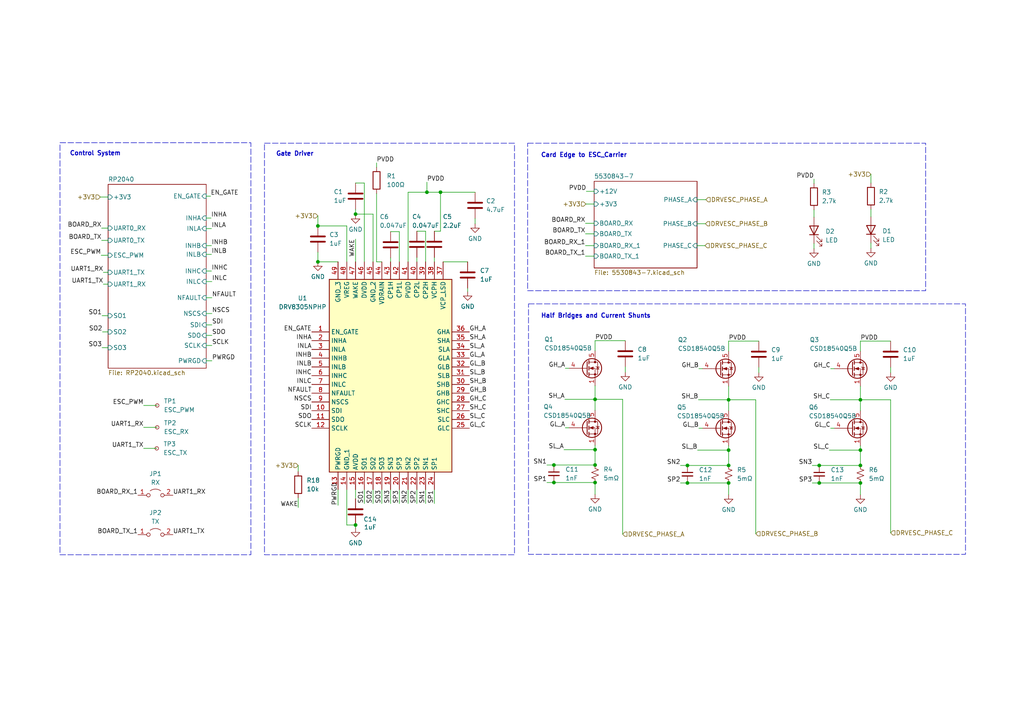
<source format=kicad_sch>
(kicad_sch (version 20230409) (generator eeschema)
  (paper "A4")
  (title_block (title "MUREX DRVESC") (date "2023-08-17") (rev "V1.0") (company "Murex Robotics [Max Liu]") (comment 1 "// ONLY THE PARANOID SURVIVE.") (comment 2 "// MOVE FAST AND MAKE THINGS.") (comment 3 "TI's DRV8305 driver, and 3 MOSFET half-bridges, as the motor driver architecture.") (comment 4 "The MUREX DRVESC is Murex Robotics' custom speed controller using an RP2040,"))
  (lib_symbols
    (symbol "Connector:TestPoint_Small" (pin_numbers hide) (pin_names (offset 0.762) hide)
      (property "Reference" "TP" (at 0 3.81 0))
      (property "Value" "TestPoint_Small" (at 0 2.032 0))
      (symbol "TestPoint_Small_0_1"
        (circle (center 0 0) (radius 0.508))
      )
      (symbol "TestPoint_Small_1_1"
        (pin passive line (at 0 0 90) (length 0) (name "1") (number "1"))
      )
    )
    (symbol "DRV8305NPHP:DRV8305NPHP"
      (property "Reference" "IC" (at 41.91 20.32 0))
      (property "Value" "DRV8305NPHP" (at 41.91 17.78 0))
      (symbol "DRV8305NPHP_1_1"
        (rectangle (start 5.08 15.24) (end 40.64 -40.64) (stroke (width 0.254)) (fill (type background)))
        (pin passive line (at 0 0 0) (length 5.08) (name "EN_GATE") (number "1"))
        (pin passive line (at 0 -22.86 0) (length 5.08) (name "SDI") (number "10"))
        (pin passive line (at 0 -25.4 0) (length 5.08) (name "SDO") (number "11"))
        (pin passive line (at 0 -27.94 0) (length 5.08) (name "SCLK") (number "12"))
        (pin passive line (at 7.62 -45.72 90) (length 5.08) (name "PWRGD") (number "13"))
        (pin passive line (at 10.16 -45.72 90) (length 5.08) (name "GND_1") (number "14"))
        (pin passive line (at 12.7 -45.72 90) (length 5.08) (name "AVDD") (number "15"))
        (pin passive line (at 15.24 -45.72 90) (length 5.08) (name "SO1") (number "16"))
        (pin passive line (at 17.78 -45.72 90) (length 5.08) (name "SO2") (number "17"))
        (pin passive line (at 20.32 -45.72 90) (length 5.08) (name "SO3") (number "18"))
        (pin passive line (at 22.86 -45.72 90) (length 5.08) (name "SN3") (number "19"))
        (pin passive line (at 0 -2.54 0) (length 5.08) (name "INHA") (number "2"))
        (pin passive line (at 25.4 -45.72 90) (length 5.08) (name "SP3") (number "20"))
        (pin passive line (at 27.94 -45.72 90) (length 5.08) (name "SN2") (number "21"))
        (pin passive line (at 30.48 -45.72 90) (length 5.08) (name "SP2") (number "22"))
        (pin passive line (at 33.02 -45.72 90) (length 5.08) (name "SN1") (number "23"))
        (pin passive line (at 35.56 -45.72 90) (length 5.08) (name "SP1") (number "24"))
        (pin passive line (at 45.72 -27.94 180) (length 5.08) (name "GLC") (number "25"))
        (pin passive line (at 45.72 -25.4 180) (length 5.08) (name "SLC") (number "26"))
        (pin passive line (at 45.72 -22.86 180) (length 5.08) (name "SHC") (number "27"))
        (pin passive line (at 45.72 -20.32 180) (length 5.08) (name "GHC") (number "28"))
        (pin passive line (at 45.72 -17.78 180) (length 5.08) (name "GHB") (number "29"))
        (pin passive line (at 0 -5.08 0) (length 5.08) (name "INLA") (number "3"))
        (pin passive line (at 45.72 -15.24 180) (length 5.08) (name "SHB") (number "30"))
        (pin passive line (at 45.72 -12.7 180) (length 5.08) (name "SLB") (number "31"))
        (pin passive line (at 45.72 -10.16 180) (length 5.08) (name "GLB") (number "32"))
        (pin passive line (at 45.72 -7.62 180) (length 5.08) (name "GLA") (number "33"))
        (pin passive line (at 45.72 -5.08 180) (length 5.08) (name "SLA") (number "34"))
        (pin passive line (at 45.72 -2.54 180) (length 5.08) (name "SHA") (number "35"))
        (pin passive line (at 45.72 0 180) (length 5.08) (name "GHA") (number "36"))
        (pin passive line (at 38.1 20.32 270) (length 5.08) (name "VCP_LSD") (number "37"))
        (pin passive line (at 35.56 20.32 270) (length 5.08) (name "VCPH") (number "38"))
        (pin passive line (at 33.02 20.32 270) (length 5.08) (name "CP2H") (number "39"))
        (pin passive line (at 0 -7.62 0) (length 5.08) (name "INHB") (number "4"))
        (pin passive line (at 30.48 20.32 270) (length 5.08) (name "CP2L") (number "40"))
        (pin passive line (at 27.94 20.32 270) (length 5.08) (name "PVDD") (number "41"))
        (pin passive line (at 25.4 20.32 270) (length 5.08) (name "CP1L") (number "42"))
        (pin passive line (at 22.86 20.32 270) (length 5.08) (name "CP1H") (number "43"))
        (pin passive line (at 20.32 20.32 270) (length 5.08) (name "VDRAIN") (number "44"))
        (pin passive line (at 17.78 20.32 270) (length 5.08) (name "GND_2") (number "45"))
        (pin passive line (at 15.24 20.32 270) (length 5.08) (name "DVDD") (number "46"))
        (pin passive line (at 12.7 20.32 270) (length 5.08) (name "WAKE") (number "47"))
        (pin passive line (at 10.16 20.32 270) (length 5.08) (name "VREG") (number "48"))
        (pin passive line (at 7.62 20.32 270) (length 5.08) (name "GND_3") (number "49"))
        (pin passive line (at 0 -10.16 0) (length 5.08) (name "INLB") (number "5"))
        (pin passive line (at 0 -12.7 0) (length 5.08) (name "INHC") (number "6"))
        (pin passive line (at 0 -15.24 0) (length 5.08) (name "INLC") (number "7"))
        (pin passive line (at 0 -17.78 0) (length 5.08) (name "NFAULT") (number "8"))
        (pin passive line (at 0 -20.32 0) (length 5.08) (name "NSCS") (number "9"))
      )
    )
    (symbol "Device:C" (pin_numbers hide) (pin_names (offset 0.254))
      (property "Reference" "C" (at 0.635 2.54 0))
      (property "Value" "C" (at 0.635 -2.54 0))
      (symbol "C_0_1"
        (polyline (pts (xy -2.032 -0.762) (xy 2.032 -0.762)) (stroke (width 0.508)))
        (polyline (pts (xy -2.032 0.762) (xy 2.032 0.762)) (stroke (width 0.508)))
      )
      (symbol "C_1_1"
        (pin passive line (at 0 3.81 270) (length 2.794) (name "~") (number "1"))
        (pin passive line (at 0 -3.81 90) (length 2.794) (name "~") (number "2"))
      )
    )
    (symbol "Device:C_Small" (pin_numbers hide) (pin_names (offset 0.254) hide)
      (property "Reference" "C" (at 0.254 1.778 0))
      (property "Value" "C_Small" (at 0.254 -2.032 0))
      (symbol "C_Small_0_1"
        (polyline (pts (xy -1.524 -0.508) (xy 1.524 -0.508)) (stroke (width 0.3302)))
        (polyline (pts (xy -1.524 0.508) (xy 1.524 0.508)) (stroke (width 0.3048)))
      )
      (symbol "C_Small_1_1"
        (pin passive line (at 0 2.54 270) (length 2.032) (name "~") (number "1"))
        (pin passive line (at 0 -2.54 90) (length 2.032) (name "~") (number "2"))
      )
    )
    (symbol "Device:LED" (pin_numbers hide) (pin_names (offset 1.016) hide)
      (property "Reference" "D" (at 0 2.54 0))
      (property "Value" "LED" (at 0 -2.54 0))
      (symbol "LED_0_1"
        (polyline (pts (xy -1.27 -1.27) (xy -1.27 1.27)) (stroke (width 0.254)))
        (polyline (pts (xy -1.27 0) (xy 1.27 0)))
        (polyline (pts (xy 1.27 -1.27) (xy 1.27 1.27) (xy -1.27 0) (xy 1.27 -1.27)) (stroke (width 0.254)))
        (polyline (pts (xy -3.048 -0.762) (xy -4.572 -2.286) (xy -3.81 -2.286) (xy -4.572 -2.286) (xy -4.572 -1.524)))
        (polyline (pts (xy -1.778 -0.762) (xy -3.302 -2.286) (xy -2.54 -2.286) (xy -3.302 -2.286) (xy -3.302 -1.524)))
      )
      (symbol "LED_1_1"
        (pin passive line (at -3.81 0 0) (length 2.54) (name "K") (number "1"))
        (pin passive line (at 3.81 0 180) (length 2.54) (name "A") (number "2"))
      )
    )
    (symbol "Device:R" (pin_numbers hide) (pin_names (offset 0))
      (property "Reference" "R" (at 2.032 0 90))
      (property "Value" "R" (at 0 0 90))
      (symbol "R_0_1"
        (rectangle (start -1.016 -2.54) (end 1.016 2.54) (stroke (width 0.254)))
      )
      (symbol "R_1_1"
        (pin passive line (at 0 3.81 270) (length 1.27) (name "~") (number "1"))
        (pin passive line (at 0 -3.81 90) (length 1.27) (name "~") (number "2"))
      )
    )
    (symbol "Device:R_Small_US" (pin_numbers hide) (pin_names (offset 0.254) hide)
      (property "Reference" "R" (at 0.762 0.508 0))
      (property "Value" "R_Small_US" (at 0.762 -1.016 0))
      (symbol "R_Small_US_1_1"
        (polyline (pts (xy 0 0) (xy 1.016 -0.381) (xy 0 -0.762) (xy -1.016 -1.143) (xy 0 -1.524)))
        (polyline (pts (xy 0 1.524) (xy 1.016 1.143) (xy 0 0.762) (xy -1.016 0.381) (xy 0 0)))
        (pin passive line (at 0 2.54 270) (length 1.016) (name "~") (number "1"))
        (pin passive line (at 0 -2.54 90) (length 1.016) (name "~") (number "2"))
      )
    )
    (symbol "Jumper:Jumper_2_Open" (pin_names (offset 0) hide)
      (property "Reference" "JP" (at 0 2.794 0))
      (property "Value" "Jumper_2_Open" (at 0 -2.286 0))
      (symbol "Jumper_2_Open_0_0"
        (circle (center -2.032 0) (radius 0.508))
        (circle (center 2.032 0) (radius 0.508))
      )
      (symbol "Jumper_2_Open_0_1"
        (arc (start 1.524 1.27) (mid 0 1.778) (end -1.524 1.27))
      )
      (symbol "Jumper_2_Open_1_1"
        (pin passive line (at -5.08 0 0) (length 2.54) (name "A") (number "1"))
        (pin passive line (at 5.08 0 180) (length 2.54) (name "B") (number "2"))
      )
    )
    (symbol "Transistor_FET:CSD18540Q5B" (pin_names hide)
      (property "Reference" "Q" (at 5.08 1.905 0))
      (property "Value" "CSD18540Q5B" (at 5.08 0 0))
      (symbol "CSD18540Q5B_0_1"
        (polyline (pts (xy 0.254 0) (xy -2.54 0)))
        (polyline (pts (xy 0.254 1.905) (xy 0.254 -1.905)) (stroke (width 0.254)))
        (polyline (pts (xy 0.762 -1.27) (xy 0.762 -2.286)) (stroke (width 0.254)))
        (polyline (pts (xy 0.762 0.508) (xy 0.762 -0.508)) (stroke (width 0.254)))
        (polyline (pts (xy 0.762 2.286) (xy 0.762 1.27)) (stroke (width 0.254)))
        (polyline (pts (xy 2.54 2.54) (xy 2.54 1.778)))
        (polyline (pts (xy 2.54 -2.54) (xy 2.54 0) (xy 0.762 0)))
        (polyline (pts (xy 0.762 -1.778) (xy 3.302 -1.778) (xy 3.302 1.778) (xy 0.762 1.778)))
        (polyline (pts (xy 1.016 0) (xy 2.032 0.381) (xy 2.032 -0.381) (xy 1.016 0)) (fill (type outline)))
        (polyline (pts (xy 2.794 0.508) (xy 2.921 0.381) (xy 3.683 0.381) (xy 3.81 0.254)))
        (polyline (pts (xy 3.302 0.381) (xy 2.921 -0.254) (xy 3.683 -0.254) (xy 3.302 0.381)))
        (circle (center 1.651 0) (radius 2.794) (stroke (width 0.254)))
        (circle (center 2.54 -1.778) (radius 0.254) (fill (type outline)))
        (circle (center 2.54 1.778) (radius 0.254) (fill (type outline)))
      )
      (symbol "CSD18540Q5B_1_1"
        (pin passive line (at 2.54 -5.08 90) (length 2.54) (name "S") (number "1"))
        (pin passive line (at 2.54 -5.08 90) (length 2.54) hide (name "S") (number "2"))
        (pin passive line (at 2.54 -5.08 90) (length 2.54) hide (name "S") (number "3"))
        (pin passive line (at -5.08 0 0) (length 2.54) (name "G") (number "4"))
        (pin passive line (at 2.54 5.08 270) (length 2.54) (name "D") (number "5"))
      )
    )
    (symbol "power:GND" (power) (pin_names (offset 0))
      (property "Value" "GND" (at 0 -3.81 0))
      (symbol "GND_0_1"
        (polyline (pts (xy 0 0) (xy 0 -1.27) (xy 1.27 -1.27) (xy 0 -2.54) (xy -1.27 -1.27) (xy 0 -1.27)))
      )
      (symbol "GND_1_1"
        (pin power_in line (at 0 0 270) (length 0) hide (name "GND") (number "1"))
      )
    )
  )
  (junction (at 103.124 152.273))
  (junction (at 199.39 135.001))
  (junction (at 199.39 140.081))
  (junction (at 249.555 140.081))
  (junction (at 211.328 140.081))
  (junction (at 127.762 55.753))
  (junction (at 160.655 134.874))
  (junction (at 92.202 65.532))
  (junction (at 211.328 130.556))
  (junction (at 92.202 75.946))
  (junction (at 249.555 130.556))
  (junction (at 172.593 130.429))
  (junction (at 249.555 115.951))
  (junction (at 172.593 134.874))
  (junction (at 211.328 115.951))
  (junction (at 160.655 139.954))
  (junction (at 237.617 135.001))
  (junction (at 249.555 135.001))
  (junction (at 237.617 140.081))
  (junction (at 123.825 55.753))
  (junction (at 172.593 139.954))
  (junction (at 211.328 135.001))
  (junction (at 172.593 115.824))
  (junction (at 103.124 62.103))
  (wire (pts (xy 120.904 141.986) (xy 120.904 146.05)))
  (wire (pts (xy 249.555 130.556) (xy 249.555 135.001)))
  (wire (pts (xy 236.093 70.612) (xy 236.093 72.136)))
  (wire (pts (xy 160.655 134.874) (xy 172.593 134.874)))
  (wire (pts (xy 235.585 135.001) (xy 237.617 135.001)))
  (wire (pts (xy 172.593 98.806) (xy 181.356 98.806)))
  (wire (pts (xy 59.817 56.896) (xy 61.087 56.896)))
  (wire (pts (xy 100.584 141.986) (xy 100.584 152.273)))
  (wire (pts (xy 236.093 60.833) (xy 236.093 62.992)))
  (wire (pts (xy 92.202 65.532) (xy 100.584 65.532)))
  (wire (pts (xy 123.444 141.986) (xy 123.444 146.05)))
  (wire (pts (xy 109.22 56.134) (xy 109.22 75.946)))
  (wire (pts (xy 135.636 83.566) (xy 135.636 84.582)))
  (wire (pts (xy 199.39 140.081) (xy 211.328 140.081)))
  (wire (pts (xy 109.22 75.946) (xy 110.744 75.946)))
  (wire (pts (xy 103.124 152.273) (xy 103.124 153.162)))
  (wire (pts (xy 108.204 75.946) (xy 108.204 62.103)))
  (wire (pts (xy 103.124 60.706) (xy 103.124 62.103)))
  (wire (pts (xy 59.817 97.282) (xy 61.468 97.282)))
  (wire (pts (xy 98.044 141.986) (xy 98.044 146.558)))
  (wire (pts (xy 158.623 134.874) (xy 160.655 134.874)))
  (wire (pts (xy 86.487 135.001) (xy 86.487 136.779)))
  (wire (pts (xy 252.603 70.485) (xy 252.603 72.009)))
  (wire (pts (xy 29.972 78.994) (xy 31.369 78.994)))
  (wire (pts (xy 240.538 130.556) (xy 249.555 130.556)))
  (wire (pts (xy 115.824 141.986) (xy 115.824 146.05)))
  (wire (pts (xy 211.328 112.014) (xy 211.328 115.951)))
  (wire (pts (xy 202.184 71.247) (xy 204.47 71.247)))
  (wire (pts (xy 202.311 130.556) (xy 211.328 130.556)))
  (wire (pts (xy 235.585 140.081) (xy 237.617 140.081)))
  (wire (pts (xy 103.124 141.986) (xy 103.124 144.653)))
  (wire (pts (xy 108.204 141.986) (xy 108.204 146.05)))
  (wire (pts (xy 120.904 67.056) (xy 123.444 67.056)))
  (wire (pts (xy 172.593 139.954) (xy 172.593 143.383)))
  (wire (pts (xy 59.817 90.932) (xy 61.468 90.932)))
  (wire (pts (xy 249.555 112.014) (xy 249.555 115.951)))
  (wire (pts (xy 127.762 55.753) (xy 137.795 55.753)))
  (wire (pts (xy 170.053 55.499) (xy 172.339 55.499)))
  (wire (pts (xy 125.984 74.676) (xy 125.984 75.946)))
  (wire (pts (xy 211.328 98.933) (xy 220.091 98.933)))
  (wire (pts (xy 169.926 59.182) (xy 172.339 59.182)))
  (wire (pts (xy 29.464 69.723) (xy 31.369 69.723)))
  (wire (pts (xy 197.358 140.081) (xy 199.39 140.081)))
  (wire (pts (xy 29.083 57.15) (xy 31.369 57.15)))
  (wire (pts (xy 29.337 74.041) (xy 31.369 74.041)))
  (wire (pts (xy 103.124 62.103) (xy 108.204 62.103)))
  (wire (pts (xy 252.603 60.706) (xy 252.603 62.865)))
  (wire (pts (xy 158.623 139.954) (xy 160.655 139.954)))
  (wire (pts (xy 59.817 63.246) (xy 61.214 63.246)))
  (wire (pts (xy 236.093 51.943) (xy 236.093 53.213)))
  (wire (pts (xy 249.555 140.081) (xy 249.555 143.51)))
  (wire (pts (xy 100.584 152.273) (xy 103.124 152.273)))
  (wire (pts (xy 103.124 62.103) (xy 103.124 62.23)))
  (wire (pts (xy 123.825 55.753) (xy 127.762 55.753)))
  (wire (pts (xy 240.792 115.951) (xy 249.555 115.951)))
  (wire (pts (xy 105.664 141.986) (xy 105.664 146.05)))
  (wire (pts (xy 181.356 106.426) (xy 181.356 107.95)))
  (wire (pts (xy 127.762 67.056) (xy 125.984 67.056)))
  (wire (pts (xy 59.817 78.613) (xy 61.341 78.613)))
  (wire (pts (xy 118.364 55.753) (xy 123.825 55.753)))
  (wire (pts (xy 169.799 74.295) (xy 172.339 74.295)))
  (wire (pts (xy 137.795 63.373) (xy 137.795 64.897)))
  (wire (pts (xy 163.83 115.824) (xy 172.593 115.824)))
  (wire (pts (xy 29.718 96.266) (xy 31.369 96.266)))
  (wire (pts (xy 249.555 115.951) (xy 249.555 119.126)))
  (wire (pts (xy 219.202 115.951) (xy 211.328 115.951)))
  (wire (pts (xy 237.617 140.081) (xy 249.555 140.081)))
  (wire (pts (xy 59.817 100.203) (xy 61.468 100.203)))
  (wire (pts (xy 29.591 91.567) (xy 31.369 91.567)))
  (wire (pts (xy 169.799 64.77) (xy 172.339 64.77)))
  (wire (pts (xy 59.817 81.661) (xy 61.468 81.661)))
  (wire (pts (xy 169.799 67.818) (xy 172.339 67.818)))
  (wire (pts (xy 92.202 62.611) (xy 92.202 65.532)))
  (wire (pts (xy 202.184 64.897) (xy 204.597 64.897)))
  (wire (pts (xy 172.593 98.806) (xy 172.593 101.727)))
  (wire (pts (xy 59.817 86.36) (xy 61.468 86.36)))
  (wire (pts (xy 249.555 129.286) (xy 249.555 130.556)))
  (wire (pts (xy 172.593 111.887) (xy 172.593 115.824)))
  (wire (pts (xy 103.124 69.342) (xy 103.124 75.946)))
  (wire (pts (xy 211.328 98.933) (xy 211.328 101.854)))
  (wire (pts (xy 123.825 52.832) (xy 123.825 55.753)))
  (wire (pts (xy 211.328 140.081) (xy 211.328 143.51)))
  (wire (pts (xy 180.594 154.94) (xy 180.594 115.824)))
  (wire (pts (xy 249.555 98.933) (xy 249.555 101.854)))
  (wire (pts (xy 169.799 71.247) (xy 172.339 71.247)))
  (wire (pts (xy 211.328 115.951) (xy 211.328 119.126)))
  (wire (pts (xy 258.318 106.553) (xy 258.318 108.077)))
  (wire (pts (xy 92.202 75.946) (xy 98.044 75.946)))
  (wire (pts (xy 240.919 106.934) (xy 241.935 106.934)))
  (wire (pts (xy 29.464 66.167) (xy 31.369 66.167)))
  (wire (pts (xy 125.984 141.986) (xy 125.984 146.05)))
  (wire (pts (xy 211.328 130.556) (xy 211.328 135.001)))
  (wire (pts (xy 118.364 141.986) (xy 118.364 146.05)))
  (wire (pts (xy 172.593 130.429) (xy 172.593 134.874)))
  (wire (pts (xy 113.284 67.183) (xy 115.824 67.183)))
  (wire (pts (xy 249.555 98.933) (xy 258.318 98.933)))
  (wire (pts (xy 202.184 57.912) (xy 204.724 57.912)))
  (wire (pts (xy 127.762 55.753) (xy 127.762 67.056)))
  (wire (pts (xy 123.444 67.056) (xy 123.444 75.946)))
  (wire (pts (xy 59.817 66.294) (xy 61.341 66.294)))
  (wire (pts (xy 237.617 135.001) (xy 249.555 135.001)))
  (wire (pts (xy 202.692 106.934) (xy 203.708 106.934)))
  (wire (pts (xy 110.744 141.986) (xy 110.744 146.05)))
  (wire (pts (xy 163.576 130.429) (xy 172.593 130.429)))
  (wire (pts (xy 41.656 130.048) (xy 45.466 130.048)))
  (wire (pts (xy 120.904 74.676) (xy 120.904 75.946)))
  (wire (pts (xy 219.202 154.813) (xy 219.202 115.951)))
  (wire (pts (xy 172.593 129.159) (xy 172.593 130.429)))
  (wire (pts (xy 258.318 115.951) (xy 249.555 115.951)))
  (wire (pts (xy 29.972 82.423) (xy 31.369 82.423)))
  (wire (pts (xy 100.584 65.532) (xy 100.584 75.946)))
  (wire (pts (xy 211.328 129.286) (xy 211.328 130.556)))
  (wire (pts (xy 128.524 75.946) (xy 135.636 75.946)))
  (wire (pts (xy 59.817 71.247) (xy 61.341 71.247)))
  (wire (pts (xy 105.664 75.946) (xy 105.664 53.086)))
  (wire (pts (xy 163.957 124.079) (xy 164.973 124.079)))
  (wire (pts (xy 59.817 94.234) (xy 61.468 94.234)))
  (wire (pts (xy 163.957 106.807) (xy 164.973 106.807)))
  (wire (pts (xy 59.817 104.648) (xy 61.468 104.648)))
  (wire (pts (xy 113.284 141.986) (xy 113.284 146.05)))
  (wire (pts (xy 41.656 117.602) (xy 45.593 117.602)))
  (wire (pts (xy 109.22 47.244) (xy 109.22 48.514)))
  (wire (pts (xy 180.594 115.824) (xy 172.593 115.824)))
  (wire (pts (xy 258.318 154.559) (xy 258.318 115.951)))
  (wire (pts (xy 118.364 75.946) (xy 118.364 55.753)))
  (wire (pts (xy 197.358 135.001) (xy 199.39 135.001)))
  (wire (pts (xy 115.824 67.183) (xy 115.824 75.946)))
  (wire (pts (xy 202.692 124.206) (xy 203.708 124.206)))
  (wire (pts (xy 29.591 100.838) (xy 31.369 100.838)))
  (wire (pts (xy 202.565 115.951) (xy 211.328 115.951)))
  (wire (pts (xy 92.202 73.152) (xy 92.202 75.946)))
  (wire (pts (xy 240.919 124.206) (xy 241.935 124.206)))
  (wire (pts (xy 59.817 73.787) (xy 61.341 73.787)))
  (wire (pts (xy 105.664 53.086) (xy 103.124 53.086)))
  (wire (pts (xy 220.091 106.553) (xy 220.091 108.077)))
  (wire (pts (xy 172.593 115.824) (xy 172.593 118.999)))
  (wire (pts (xy 199.39 135.001) (xy 211.328 135.001)))
  (wire (pts (xy 41.656 123.952) (xy 45.593 123.952)))
  (wire (pts (xy 252.603 50.546) (xy 252.603 53.086)))
  (wire (pts (xy 113.284 74.803) (xy 113.284 75.946)))
  (wire (pts (xy 86.487 144.399) (xy 86.487 147.193)))
  (wire (pts (xy 160.655 139.954) (xy 172.593 139.954)))
  (rectangle (start 76.708 41.529) (end 149.225 160.909) (stroke (width 0) (type dash)))
  (rectangle (start 153.289 88.138) (end 280.035 160.782) (stroke (width 0) (type dash)))
  (rectangle (start 153.035 41.529) (end 268.478 84.328) (stroke (width 0) (type dash)))
  (rectangle (start 17.399 41.402) (end 72.771 160.909) (stroke (width 0) (type dash)))
  (text "Half Bridges and Current Shunts" (at 156.845 92.456 0) (effects (font (size 1.27 1.27) (thickness 0.254) bold) (justify left bottom)))
  (text "Gate Driver" (at 80.01 45.466 0) (effects (font (size 1.27 1.27) (thickness 0.254) bold) (justify left bottom)))
  (text "Control System" (at 20.193 45.339 0) (effects (font (size 1.27 1.27) (thickness 0.254) bold) (justify left bottom)))
  (text "Card Edge to ESC_Carrier" (at 156.845 45.847 0) (effects (font (size 1.27 1.27) (thickness 0.254) bold) (justify left bottom)))
  (label "INHA" (at 61.214 63.246 0))
  (label "GH_B" (at 136.144 114.046 0))
  (label "PVDD" (at 172.593 98.806 0))
  (label "WAKE" (at 86.487 147.193 180))
  (label "GH_A" (at 136.144 96.266 0))
  (label "SO3" (at 110.744 146.05 90))
  (label "GL_B" (at 136.144 106.426 0))
  (label "SO1" (at 29.591 91.567 180))
  (label "PVDD" (at 249.555 98.933 0))
  (label "GH_B" (at 202.692 106.934 180))
  (label "SH_C" (at 136.144 119.126 0))
  (label "BOARD_RX" (at 169.799 64.77 180))
  (label "UART1_RX" (at 41.656 123.952 180))
  (label "SO2" (at 29.718 96.266 180))
  (label "SH_B" (at 202.565 115.951 180))
  (label "PWRGD" (at 98.044 146.558 90))
  (label "BOARD_RX" (at 29.464 66.167 180))
  (label "SL_C" (at 240.538 130.556 180))
  (label "SL_C" (at 136.144 121.666 0))
  (label "INLB" (at 90.424 106.426 180))
  (label "INLC" (at 90.424 111.506 180))
  (label "GH_C" (at 136.144 116.586 0))
  (label "INHB" (at 90.424 103.886 180))
  (label "UART1_TX" (at 50.165 155.067 0))
  (label "PVDD" (at 123.825 52.832 0))
  (label "INLA" (at 61.341 66.294 0))
  (label "UART1_TX" (at 29.972 82.423 180))
  (label "SP1" (at 158.623 139.954 180))
  (label "PWRGD" (at 61.468 104.648 0))
  (label "PVDD" (at 211.328 98.933 0))
  (label "GL_A" (at 136.144 103.886 0))
  (label "PVDD" (at 170.053 55.499 180))
  (label "BOARD_RX_1" (at 40.005 143.637 180))
  (label "SL_B" (at 136.144 108.966 0))
  (label "SN2" (at 118.364 146.05 90))
  (label "SL_A" (at 136.144 101.346 0))
  (label "NSCS" (at 90.424 116.586 180))
  (label "SP1" (at 125.984 146.05 90))
  (label "BOARD_TX" (at 29.464 69.723 180))
  (label "BOARD_TX_1" (at 40.005 155.067 180))
  (label "SP3" (at 115.824 146.05 90))
  (label "SL_B" (at 202.311 130.556 180))
  (label "SP2" (at 197.358 140.081 180))
  (label "SH_B" (at 136.144 111.506 0))
  (label "ESC_PWM" (at 29.337 74.041 180))
  (label "SN3" (at 235.585 135.001 180))
  (label "SO2" (at 108.204 146.05 90))
  (label "SDI" (at 61.468 94.234 0))
  (label "SO3" (at 29.591 100.838 180))
  (label "SH_C" (at 240.792 115.951 180))
  (label "SDO" (at 61.468 97.282 0))
  (label "SDI" (at 90.424 119.126 180))
  (label "BOARD_TX" (at 169.799 67.818 180))
  (label "SCLK" (at 61.468 100.203 0))
  (label "SN2" (at 197.358 135.001 180))
  (label "SP3" (at 235.585 140.081 180))
  (label "ESC_PWM" (at 41.656 117.602 180))
  (label "WAKE" (at 103.124 69.342 270))
  (label "INHC" (at 61.341 78.613 0))
  (label "SO1" (at 105.664 146.05 90))
  (label "UART1_RX" (at 29.972 78.994 180))
  (label "NFAULT" (at 90.424 114.046 180))
  (label "INHC" (at 90.424 108.966 180))
  (label "BOARD_TX_1" (at 169.799 74.295 180))
  (label "SH_A" (at 136.144 98.806 0))
  (label "EN_GATE" (at 90.424 96.266 180))
  (label "UART1_RX" (at 50.165 143.637 0))
  (label "SP2" (at 120.904 146.05 90))
  (label "SCLK" (at 90.424 124.206 180))
  (label "PVDD" (at 109.22 47.244 0))
  (label "GL_C" (at 136.144 124.206 0))
  (label "SN1" (at 158.623 134.874 180))
  (label "GL_B" (at 202.692 124.206 180))
  (label "GH_A" (at 163.957 106.807 180))
  (label "SH_A" (at 163.83 115.824 180))
  (label "GL_A" (at 163.957 124.079 180))
  (label "NSCS" (at 61.468 90.932 0))
  (label "GH_C" (at 240.919 106.934 180))
  (label "SL_A" (at 163.576 130.429 180))
  (label "EN_GATE" (at 61.087 56.896 0))
  (label "UART1_TX" (at 41.656 130.048 180))
  (label "PVDD" (at 236.093 51.943 180))
  (label "BOARD_RX_1" (at 169.799 71.247 180))
  (label "SDO" (at 90.424 121.666 180))
  (label "INHA" (at 90.424 98.806 180))
  (label "NFAULT" (at 61.468 86.36 0))
  (label "SN3" (at 113.284 146.05 90))
  (label "INLB" (at 61.341 73.787 0))
  (label "SN1" (at 123.444 146.05 90))
  (label "GL_C" (at 240.919 124.206 180))
  (label "INLC" (at 61.468 81.661 0))
  (label "INLA" (at 90.424 101.346 180))
  (label "INHB" (at 61.341 71.247 0))
  (hierarchical_label "DRVESC_PHASE_C" (shape input) (at 258.318 154.559 0))
  (hierarchical_label "+3V3" (shape input) (at 86.487 135.001 180))
  (hierarchical_label "DRVESC_PHASE_A" (shape input) (at 204.724 57.912 0))
  (hierarchical_label "DRVESC_PHASE_B" (shape input) (at 204.597 64.897 0))
  (hierarchical_label "DRVESC_PHASE_C" (shape input) (at 204.47 71.247 0))
  (hierarchical_label "+3V3" (shape input) (at 169.926 59.182 180))
  (hierarchical_label "DRVESC_PHASE_A" (shape input) (at 180.594 154.94 0))
  (hierarchical_label "+3V3" (shape input) (at 252.603 50.546 180))
  (hierarchical_label "+3V3" (shape input) (at 29.083 57.15 180))
  (hierarchical_label "+3V3" (shape input) (at 92.202 62.611 180))
  (hierarchical_label "DRVESC_PHASE_B" (shape input) (at 219.202 154.813 0))
  (symbol (lib_id "Device:LED") (at 236.093 66.802 90) (unit 1)
    (property "Reference" "D2" (at 239.395 67.1195 90) (effects (justify right)))
    (property "Value" "LED" (at 239.395 69.6595 90) (effects (justify right)))
    (property "Footprint" "LED_SMD:LED_0603_1608Metric" (effects hide))
  )
  (symbol (lib_id "Transistor_FET:CSD18540Q5B") (at 170.053 124.079 0) (unit 1)
    (property "Reference" "Q4" (at 157.607 117.983 0) (effects (justify left)))
    (property "Value" "CSD18540Q5B" (at 157.607 120.523 0) (effects (justify left)))
    (property "Footprint" "Package_TO_SOT_SMD:TDSON-8-1" (effects hide))
    (property "Datasheet" "http://www.ti.com/lit/gpn/csd18540q5b" (effects hide))
  )
  (symbol (lib_id "Device:C") (at 220.091 102.743 0) (unit 1)
    (property "Reference" "C9" (at 223.647 101.473 0) (effects (justify left)))
    (property "Value" "1uF" (at 223.647 104.013 0) (effects (justify left)))
    (property "Footprint" "Capacitor_SMD:C_0603_1608Metric" (effects hide))
  )
  (symbol (lib_id "Transistor_FET:CSD18540Q5B") (at 247.015 106.934 0) (unit 1)
    (property "Reference" "Q3" (at 234.823 98.552 0) (effects (justify left)))
    (property "Value" "CSD18540Q5B" (at 234.823 101.092 0) (effects (justify left)))
    (property "Footprint" "Package_TO_SOT_SMD:TDSON-8-1" (effects hide))
    (property "Datasheet" "http://www.ti.com/lit/gpn/csd18540q5b" (effects hide))
  )
  (symbol (lib_id "power:GND") (at 258.318 108.077 0) (unit 1)
    (property "Reference" "#PWR09" (effects hide))
    (property "Value" "GND" (at 258.318 112.395 0))
  )
  (symbol (lib_id "Connector:TestPoint_Small") (at 45.593 123.952 0) (unit 1)
    (property "Reference" "TP2" (at 47.498 122.682 0) (effects (justify left)))
    (property "Value" "ESC_RX" (at 47.498 125.222 0) (effects (justify left)))
    (property "Footprint" "Connector_PinHeader_2.54mm:PinHeader_1x01_P2.54mm_Vertical" (effects hide))
  )
  (symbol (lib_id "power:GND") (at 103.124 153.162 0) (unit 1)
    (property "Reference" "#PWR013" (effects hide))
    (property "Value" "GND" (at 103.124 157.48 0))
  )
  (symbol (lib_id "Device:C") (at 103.124 148.463 0) (unit 1)
    (property "Reference" "C14" (at 105.41 150.622 0) (effects (justify left)))
    (property "Value" "1uF" (at 105.537 152.908 0) (effects (justify left)))
    (property "Footprint" "Capacitor_SMD:C_0603_1608Metric" (effects hide))
  )
  (symbol (lib_id "Device:C_Small") (at 237.617 137.541 0) (unit 1)
    (property "Reference" "C13" (at 240.919 136.2773 0) (effects (justify left)))
    (property "Value" "1nF" (at 240.919 138.8173 0) (effects (justify left)))
    (property "Footprint" "Capacitor_SMD:C_0603_1608Metric" (effects hide))
  )
  (symbol (lib_id "Connector:TestPoint_Small") (at 45.593 117.602 0) (unit 1)
    (property "Reference" "TP1" (at 47.498 116.332 0) (effects (justify left)))
    (property "Value" "ESC_PWM" (at 47.498 118.872 0) (effects (justify left)))
    (property "Footprint" "Connector_PinHeader_2.54mm:PinHeader_1x01_P2.54mm_Vertical" (effects hide))
  )
  (symbol (lib_id "DRV8305NPHP:DRV8305NPHP") (at 90.424 96.266 0) (unit 1)
    (property "Reference" "U1" (at 87.757 86.487 0))
    (property "Value" "DRV8305NPHP" (at 87.757 89.027 0))
    (property "Footprint" "DRV8305:QFP50P900X900X120-49N" (effects hide))
    (property "Datasheet" "http://www.ti.com/lit/gpn/DRV8305" (effects hide))
    (property "Height" "1.2" (effects hide))
    (property "Manufacturer_Name" "Texas Instruments" (effects hide))
    (property "Manufacturer_Part_Number" "DRV8305NPHP" (effects hide))
    (property "Mouser Part Number" "595-DRV8305NPHP" (effects hide))
    (property "Mouser Price/Stock" "https://www.mouser.co.uk/ProductDetail/Texas-Instruments/DRV8305NPHP?qs=kFLL9AfgRSBx%252BbxN8KCMrQ%3D%3D" (effects hide))
    (property "Arrow Part Number" "DRV8305NPHP" (effects hide))
    (property "Arrow Price/Stock" "https://www.arrow.com/en/products/drv8305nphp/texas-instruments?region=nac" (effects hide))
  )
  (symbol (lib_id "power:GND") (at 181.356 107.95 0) (unit 1)
    (property "Reference" "#PWR07" (effects hide))
    (property "Value" "GND" (at 181.356 112.268 0))
  )
  (symbol (lib_id "Device:C") (at 113.284 70.993 0) (unit 1)
    (property "Reference" "C6" (at 110.109 62.865 0) (effects (justify left)))
    (property "Value" "0.047uF" (at 110.109 65.405 0) (effects (justify left)))
    (property "Footprint" "Capacitor_SMD:C_0603_1608Metric" (effects hide))
  )
  (symbol (lib_id "Device:R") (at 236.093 57.023 0) (unit 1)
    (property "Reference" "R3" (at 238.379 55.753 0) (effects (justify left)))
    (property "Value" "2.7k" (at 238.379 58.293 0) (effects (justify left)))
    (property "Footprint" "Resistor_SMD:R_0603_1608Metric" (effects hide))
  )
  (symbol (lib_id "Device:C") (at 103.124 56.896 0) (unit 1)
    (property "Reference" "C1" (at 96.774 55.626 0) (effects (justify left)))
    (property "Value" "1uF" (at 96.774 58.166 0) (effects (justify left)))
    (property "Footprint" "Capacitor_SMD:C_0603_1608Metric" (effects hide))
  )
  (symbol (lib_id "Transistor_FET:CSD18540Q5B") (at 208.788 106.934 0) (unit 1)
    (property "Reference" "Q2" (at 196.596 98.552 0) (effects (justify left)))
    (property "Value" "CSD18540Q5B" (at 196.596 101.092 0) (effects (justify left)))
    (property "Footprint" "Package_TO_SOT_SMD:TDSON-8-1" (effects hide))
    (property "Datasheet" "http://www.ti.com/lit/gpn/csd18540q5b" (effects hide))
  )
  (symbol (lib_id "power:GND") (at 252.603 72.009 0) (unit 1)
    (property "Reference" "#PWR03" (effects hide))
    (property "Value" "GND" (at 252.603 76.327 0))
  )
  (symbol (lib_id "power:GND") (at 172.593 143.383 0) (unit 1)
    (property "Reference" "#PWR010" (effects hide))
    (property "Value" "GND" (at 172.593 147.701 0))
  )
  (symbol (lib_id "Device:C") (at 92.202 69.342 0) (unit 1)
    (property "Reference" "C3" (at 95.504 68.072 0) (effects (justify left)))
    (property "Value" "1uF" (at 95.504 70.612 0) (effects (justify left)))
    (property "Footprint" "Capacitor_SMD:C_0603_1608Metric" (effects hide))
  )
  (symbol (lib_id "Connector:TestPoint_Small") (at 45.466 130.048 0) (unit 1)
    (property "Reference" "TP3" (at 47.371 128.778 0) (effects (justify left)))
    (property "Value" "ESC_TX" (at 47.371 131.318 0) (effects (justify left)))
    (property "Footprint" "Connector_PinHeader_2.54mm:PinHeader_1x01_P2.54mm_Vertical" (effects hide))
  )
  (symbol (lib_id "power:GND") (at 103.124 62.23 0) (unit 1)
    (property "Reference" "#PWR01" (effects hide))
    (property "Value" "GND" (at 103.124 66.548 0))
  )
  (symbol (lib_id "power:GND") (at 249.555 143.51 0) (unit 1)
    (property "Reference" "#PWR012" (effects hide))
    (property "Value" "GND" (at 249.555 147.828 0))
  )
  (symbol (lib_id "Device:C") (at 137.795 59.563 0) (unit 1)
    (property "Reference" "C2" (at 140.97 58.293 0) (effects (justify left)))
    (property "Value" "4.7uF" (at 140.97 60.833 0) (effects (justify left)))
    (property "Footprint" "Capacitor_SMD:C_0603_1608Metric" (effects hide))
  )
  (symbol (lib_id "Transistor_FET:CSD18540Q5B") (at 247.015 124.206 0) (unit 1)
    (property "Reference" "Q6" (at 234.569 118.11 0) (effects (justify left)))
    (property "Value" "CSD18540Q5B" (at 234.569 120.65 0) (effects (justify left)))
    (property "Footprint" "Package_TO_SOT_SMD:TDSON-8-1" (effects hide))
    (property "Datasheet" "http://www.ti.com/lit/gpn/csd18540q5b" (effects hide))
  )
  (symbol (lib_id "Device:C") (at 125.984 70.866 0) (unit 1)
    (property "Reference" "C5" (at 128.397 62.865 0) (effects (justify left)))
    (property "Value" "2.2uF" (at 128.397 65.405 0) (effects (justify left)))
    (property "Footprint" "Capacitor_SMD:C_0603_1608Metric" (effects hide))
  )
  (symbol (lib_id "Device:C") (at 135.636 79.756 0) (unit 1)
    (property "Reference" "C7" (at 139.192 78.486 0) (effects (justify left)))
    (property "Value" "1uF" (at 139.192 81.026 0) (effects (justify left)))
    (property "Footprint" "Capacitor_SMD:C_0603_1608Metric" (effects hide))
  )
  (symbol (lib_id "Device:R_Small_US") (at 249.555 137.541 0) (unit 1)
    (property "Reference" "R6" (at 251.968 136.271 0) (effects (justify left)))
    (property "Value" "5mΩ\n" (at 251.968 138.811 0) (effects (justify left)))
    (property "Footprint" "Resistor_SMD:R_2512_6332Metric" (effects hide))
  )
  (symbol (lib_id "Device:R") (at 86.487 140.589 0) (unit 1)
    (property "Reference" "R18" (at 88.9 139.319 0) (effects (justify left)))
    (property "Value" "10k" (at 88.9 141.859 0) (effects (justify left)))
    (property "Footprint" "Resistor_SMD:R_0603_1608Metric" (effects hide))
  )
  (symbol (lib_id "Transistor_FET:CSD18540Q5B") (at 208.788 124.206 0) (unit 1)
    (property "Reference" "Q5" (at 196.342 118.11 0) (effects (justify left)))
    (property "Value" "CSD18540Q5B" (at 196.342 120.65 0) (effects (justify left)))
    (property "Footprint" "Package_TO_SOT_SMD:TDSON-8-1" (effects hide))
    (property "Datasheet" "http://www.ti.com/lit/gpn/csd18540q5b" (effects hide))
  )
  (symbol (lib_id "Device:R_Small_US") (at 211.328 137.541 0) (unit 1)
    (property "Reference" "R5" (at 213.741 136.271 0) (effects (justify left)))
    (property "Value" "5mΩ\n" (at 213.741 138.811 0) (effects (justify left)))
    (property "Footprint" "Resistor_SMD:R_2512_6332Metric" (effects hide))
  )
  (symbol (lib_id "Device:C") (at 120.904 70.866 0) (unit 1)
    (property "Reference" "C4" (at 119.507 62.865 0) (effects (justify left)))
    (property "Value" "0.047uF" (at 119.507 65.405 0) (effects (justify left)))
    (property "Footprint" "Capacitor_SMD:C_0603_1608Metric" (effects hide))
  )
  (symbol (lib_id "Device:LED") (at 252.603 66.675 90) (unit 1)
    (property "Reference" "D1" (at 255.905 66.9925 90) (effects (justify right)))
    (property "Value" "LED" (at 255.905 69.5325 90) (effects (justify right)))
    (property "Footprint" "LED_SMD:LED_0603_1608Metric" (effects hide))
  )
  (symbol (lib_id "Device:C_Small") (at 199.39 137.541 0) (unit 1)
    (property "Reference" "C12" (at 202.692 136.2773 0) (effects (justify left)))
    (property "Value" "1nF" (at 202.692 138.8173 0) (effects (justify left)))
    (property "Footprint" "Capacitor_SMD:C_0603_1608Metric" (effects hide))
  )
  (symbol (lib_id "Device:R") (at 109.22 52.324 0) (unit 1)
    (property "Reference" "R1" (at 112.141 51.054 0) (effects (justify left)))
    (property "Value" "100Ω" (at 112.141 53.594 0) (effects (justify left)))
    (property "Footprint" "Resistor_SMD:R_0603_1608Metric" (effects hide))
  )
  (symbol (lib_id "power:GND") (at 92.202 75.946 0) (unit 1)
    (property "Reference" "#PWR05" (effects hide))
    (property "Value" "GND" (at 92.202 80.264 0))
  )
  (symbol (lib_id "Device:C") (at 181.356 102.616 0) (unit 1)
    (property "Reference" "C8" (at 184.912 101.346 0) (effects (justify left)))
    (property "Value" "1uF" (at 184.912 103.886 0) (effects (justify left)))
    (property "Footprint" "Capacitor_SMD:C_0603_1608Metric" (effects hide))
  )
  (symbol (lib_id "Device:R") (at 252.603 56.896 0) (unit 1)
    (property "Reference" "R2" (at 254.889 55.626 0) (effects (justify left)))
    (property "Value" "2.7k" (at 254.889 58.166 0) (effects (justify left)))
    (property "Footprint" "Resistor_SMD:R_0603_1608Metric" (effects hide))
  )
  (symbol (lib_id "Jumper:Jumper_2_Open") (at 45.085 143.637 0) (unit 1)
    (property "Reference" "JP1" (at 45.085 137.414 0))
    (property "Value" "RX" (at 45.085 139.954 0))
    (property "Footprint" "Jumper:SolderJumper-2_P1.3mm_Open_RoundedPad1.0x1.5mm" (effects hide))
  )
  (symbol (lib_id "Transistor_FET:CSD18540Q5B") (at 170.053 106.807 0) (unit 1)
    (property "Reference" "Q1" (at 157.861 98.425 0) (effects (justify left)))
    (property "Value" "CSD18540Q5B" (at 157.861 100.965 0) (effects (justify left)))
    (property "Footprint" "Package_TO_SOT_SMD:TDSON-8-1" (effects hide))
    (property "Datasheet" "http://www.ti.com/lit/gpn/csd18540q5b" (effects hide))
  )
  (symbol (lib_id "power:GND") (at 137.795 64.897 0) (unit 1)
    (property "Reference" "#PWR02" (effects hide))
    (property "Value" "GND" (at 137.795 69.215 0))
  )
  (symbol (lib_id "power:GND") (at 220.091 108.077 0) (unit 1)
    (property "Reference" "#PWR08" (effects hide))
    (property "Value" "GND" (at 220.091 112.395 0))
  )
  (symbol (lib_id "power:GND") (at 211.328 143.51 0) (unit 1)
    (property "Reference" "#PWR011" (effects hide))
    (property "Value" "GND" (at 211.328 147.828 0))
  )
  (symbol (lib_id "Device:R_Small_US") (at 172.593 137.414 0) (unit 1)
    (property "Reference" "R4" (at 175.006 136.144 0) (effects (justify left)))
    (property "Value" "5mΩ\n" (at 175.006 138.684 0) (effects (justify left)))
    (property "Footprint" "Resistor_SMD:R_2512_6332Metric" (effects hide))
  )
  (symbol (lib_id "power:GND") (at 135.636 84.582 0) (unit 1)
    (property "Reference" "#PWR06" (effects hide))
    (property "Value" "GND" (at 135.636 88.9 0))
  )
  (symbol (lib_id "power:GND") (at 236.093 72.136 0) (unit 1)
    (property "Reference" "#PWR04" (effects hide))
    (property "Value" "GND" (at 236.093 76.454 0))
  )
  (symbol (lib_id "Device:C_Small") (at 160.655 137.414 0) (unit 1)
    (property "Reference" "C11" (at 163.957 136.1503 0) (effects (justify left)))
    (property "Value" "1nF" (at 163.957 138.6903 0) (effects (justify left)))
    (property "Footprint" "Capacitor_SMD:C_0603_1608Metric" (effects hide))
  )
  (symbol (lib_id "Device:C") (at 258.318 102.743 0) (unit 1)
    (property "Reference" "C10" (at 261.874 101.473 0) (effects (justify left)))
    (property "Value" "1uF" (at 261.874 104.013 0) (effects (justify left)))
    (property "Footprint" "Capacitor_SMD:C_0603_1608Metric" (effects hide))
  )
  (symbol (lib_id "Jumper:Jumper_2_Open") (at 45.085 155.067 0) (unit 1)
    (property "Reference" "JP2" (at 45.085 148.717 0))
    (property "Value" "TX" (at 45.085 151.257 0))
    (property "Footprint" "Jumper:SolderJumper-2_P1.3mm_Open_RoundedPad1.0x1.5mm" (effects hide))
  )
  (sheet (at 172.339 52.578) (size 29.845 25.146) (stroke (width 0.1524))
    (property "Sheetname" "5530843-7" (at 172.339 51.8664 0) (effects (justify left bottom)))
    (property "Sheetfile" "5530843-7.kicad_sch" (at 172.339 78.3086 0) (effects (justify left top)))
    (pin "+12V" input (at 172.339 55.499 180))
    (pin "PHASE_A" input (at 202.184 57.912 0))
    (pin "PHASE_B" input (at 202.184 64.897 0))
    (pin "PHASE_C" input (at 202.184 71.247 0))
    (pin "BOARD_RX" input (at 172.339 64.77 180))
    (pin "BOARD_RX_1" input (at 172.339 71.247 180))
    (pin "BOARD_TX" input (at 172.339 67.818 180))
    (pin "BOARD_TX_1" input (at 172.339 74.295 180))
    (pin "+3V3" input (at 172.339 59.182 180))
  )
  (sheet (at 31.369 53.467) (size 28.448 53.34) (stroke (width 0.1524))
    (property "Sheetname" "RP2040" (at 31.369 52.7554 0) (effects (justify left bottom)))
    (property "Sheetfile" "RP2040.kicad_sch" (at 31.369 107.3916 0) (effects (justify left top)))
    (pin "+3V3" input (at 31.369 57.15 180))
    (pin "INLB" input (at 59.817 73.787 0))
    (pin "INHB" input (at 59.817 71.247 0))
    (pin "EN_GATE" input (at 59.817 56.896 0))
    (pin "UART1_TX" input (at 31.369 78.994 180))
    (pin "UART0_RX" input (at 31.369 66.167 180))
    (pin "UART0_TX" input (at 31.369 69.723 180))
    (pin "PWRGD" input (at 59.817 104.648 0))
    (pin "INHA" input (at 59.817 63.246 0))
    (pin "NFAULT" input (at 59.817 86.36 0))
    (pin "SO1" input (at 31.369 91.567 180))
    (pin "SO2" input (at 31.369 96.266 180))
    (pin "SO3" input (at 31.369 100.838 180))
    (pin "SDO" input (at 59.817 97.282 0))
    (pin "SCLK" input (at 59.817 100.203 0))
    (pin "SDI" input (at 59.817 94.234 0))
    (pin "INLC" input (at 59.817 81.661 0))
    (pin "NSCS" input (at 59.817 90.932 0))
    (pin "UART1_RX" input (at 31.369 82.423 180))
    (pin "INHC" input (at 59.817 78.613 0))
    (pin "INLA" input (at 59.817 66.294 0))
    (pin "ESC_PWM" input (at 31.369 74.041 180))
  )
)
</source>
